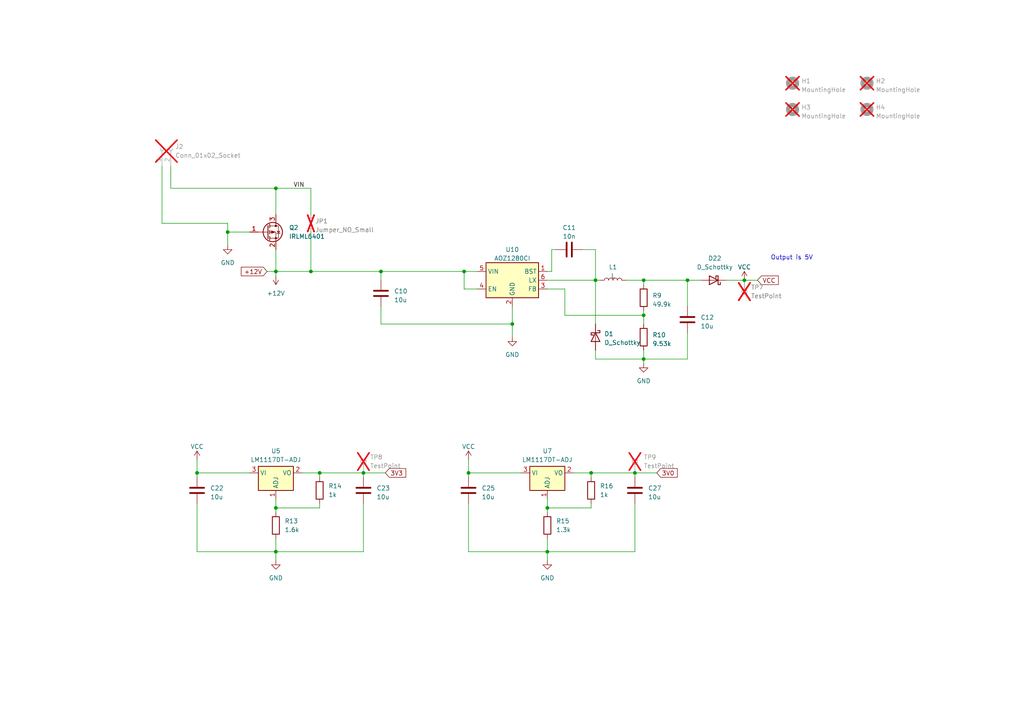
<source format=kicad_sch>
(kicad_sch (version 20231120) (generator "eeschema") (generator_version "8.0")
  (paper "A4")
  (lib_symbols
    (symbol "Connector:Conn_01x02_Socket" (pin_names (offset 1.016) hide)
      (property "Reference" "J" (at 0 2.54 0))
      (property "Value" "Conn_01x02_Socket" (at 0 -5.08 0))
      (symbol "Conn_01x02_Socket_1_1"
        (arc (start 0 -2.032) (mid -0.5058 -2.54) (end 0 -3.048) (stroke (width 0.1524)))
        (polyline (pts (xy -1.27 -2.54) (xy -0.508 -2.54)) (stroke (width 0.1524)))
        (polyline (pts (xy -1.27 0) (xy -0.508 0)) (stroke (width 0.1524)))
        (arc (start 0 0.508) (mid -0.5058 0) (end 0 -0.508) (stroke (width 0.1524)))
        (pin passive line (at -5.08 0 0) (length 3.81) (name "Pin_1") (number "1"))
        (pin passive line (at -5.08 -2.54 0) (length 3.81) (name "Pin_2") (number "2"))
      )
    )
    (symbol "Connector:TestPoint" (pin_numbers hide) (pin_names (offset 0.762) hide)
      (property "Reference" "TP" (at 0 6.858 0))
      (property "Value" "TestPoint" (at 0 5.08 0))
      (symbol "TestPoint_0_1"
        (circle (center 0 3.302) (radius 0.762))
      )
      (symbol "TestPoint_1_1"
        (pin passive line (at 0 0 90) (length 2.54) (name "1") (number "1"))
      )
    )
    (symbol "Device:C" (pin_numbers hide) (pin_names (offset 0.254))
      (property "Reference" "C" (at 0.635 2.54 0))
      (property "Value" "C" (at 0.635 -2.54 0))
      (symbol "C_0_1"
        (polyline (pts (xy -2.032 -0.762) (xy 2.032 -0.762)) (stroke (width 0.508)))
        (polyline (pts (xy -2.032 0.762) (xy 2.032 0.762)) (stroke (width 0.508)))
      )
      (symbol "C_1_1"
        (pin passive line (at 0 3.81 270) (length 2.794) (name "~") (number "1"))
        (pin passive line (at 0 -3.81 90) (length 2.794) (name "~") (number "2"))
      )
    )
    (symbol "Device:D_Schottky" (pin_numbers hide) (pin_names (offset 1.016) hide)
      (property "Reference" "D" (at 0 2.54 0))
      (property "Value" "D_Schottky" (at 0 -2.54 0))
      (symbol "D_Schottky_0_1"
        (polyline (pts (xy 1.27 0) (xy -1.27 0)))
        (polyline (pts (xy 1.27 1.27) (xy 1.27 -1.27) (xy -1.27 0) (xy 1.27 1.27)) (stroke (width 0.254)))
        (polyline (pts (xy -1.905 0.635) (xy -1.905 1.27) (xy -1.27 1.27) (xy -1.27 -1.27) (xy -0.635 -1.27) (xy -0.635 -0.635)) (stroke (width 0.254)))
      )
      (symbol "D_Schottky_1_1"
        (pin passive line (at -3.81 0 0) (length 2.54) (name "K") (number "1"))
        (pin passive line (at 3.81 0 180) (length 2.54) (name "A") (number "2"))
      )
    )
    (symbol "Device:Jumper_NO_Small" (pin_numbers hide) (pin_names (offset 0.762) hide)
      (property "Reference" "JP" (at 0 2.032 0))
      (property "Value" "Jumper_NO_Small" (at 0.254 -1.524 0))
      (symbol "Jumper_NO_Small_0_1"
        (circle (center -1.016 0) (radius 0.508))
        (circle (center 1.016 0) (radius 0.508))
        (pin passive line (at -2.54 0 0) (length 1.016) (name "1") (number "1"))
        (pin passive line (at 2.54 0 180) (length 1.016) (name "2") (number "2"))
      )
    )
    (symbol "Device:L" (pin_numbers hide) (pin_names (offset 1.016) hide)
      (property "Reference" "L" (at -1.27 0 90))
      (property "Value" "L" (at 1.905 0 90))
      (symbol "L_0_1"
        (arc (start 0 -2.54) (mid 0.6323 -1.905) (end 0 -1.27))
        (arc (start 0 -1.27) (mid 0.6323 -0.635) (end 0 0))
        (arc (start 0 0) (mid 0.6323 0.635) (end 0 1.27))
        (arc (start 0 1.27) (mid 0.6323 1.905) (end 0 2.54))
      )
      (symbol "L_1_1"
        (pin passive line (at 0 3.81 270) (length 1.27) (name "1") (number "1"))
        (pin passive line (at 0 -3.81 90) (length 1.27) (name "2") (number "2"))
      )
    )
    (symbol "Device:R" (pin_numbers hide) (pin_names (offset 0))
      (property "Reference" "R" (at 2.032 0 90))
      (property "Value" "R" (at 0 0 90))
      (symbol "R_0_1"
        (rectangle (start -1.016 -2.54) (end 1.016 2.54) (stroke (width 0.254)))
      )
      (symbol "R_1_1"
        (pin passive line (at 0 3.81 270) (length 1.27) (name "~") (number "1"))
        (pin passive line (at 0 -3.81 90) (length 1.27) (name "~") (number "2"))
      )
    )
    (symbol "Mechanical:MountingHole" (pin_names (offset 1.016))
      (property "Reference" "H" (at 0 5.08 0))
      (property "Value" "MountingHole" (at 0 3.175 0))
      (symbol "MountingHole_0_1"
        (circle (center 0 0) (radius 1.27) (stroke (width 1.27)))
      )
    )
    (symbol "Regulator_Linear:LM1117DT-ADJ"
      (property "Reference" "U" (at -3.81 3.175 0))
      (property "Value" "LM1117DT-ADJ" (at 0 3.175 0))
      (symbol "LM1117DT-ADJ_0_1"
        (rectangle (start -5.08 -5.08) (end 5.08 1.905) (stroke (width 0.254)) (fill (type background)))
      )
      (symbol "LM1117DT-ADJ_1_1"
        (pin input line (at 0 -7.62 90) (length 2.54) (name "ADJ") (number "1"))
        (pin power_out line (at 7.62 0 180) (length 2.54) (name "VO") (number "2"))
        (pin power_in line (at -7.62 0 0) (length 2.54) (name "VI") (number "3"))
      )
    )
    (symbol "Regulator_Switching:AOZ1280CI"
      (property "Reference" "U" (at -6.35 -6.35 0))
      (property "Value" "AOZ1280CI" (at -2.54 6.35 0))
      (symbol "AOZ1280CI_0_1"
        (rectangle (start -7.62 5.08) (end 7.62 -5.08) (stroke (width 0.254)) (fill (type background)))
      )
      (symbol "AOZ1280CI_1_1"
        (pin input line (at 10.16 2.54 180) (length 2.54) (name "BST") (number "1"))
        (pin power_in line (at 0 -7.62 90) (length 2.54) (name "GND") (number "2"))
        (pin input line (at 10.16 -2.54 180) (length 2.54) (name "FB") (number "3"))
        (pin input line (at -10.16 -2.54 0) (length 2.54) (name "EN") (number "4"))
        (pin power_in line (at -10.16 2.54 0) (length 2.54) (name "VIN") (number "5"))
        (pin power_out line (at 10.16 0 180) (length 2.54) (name "LX") (number "6"))
      )
    )
    (symbol "Transistor_FET:IRLML6401" (pin_names hide)
      (property "Reference" "Q" (at 5.08 1.905 0))
      (property "Value" "IRLML6401" (at 5.08 0 0))
      (symbol "IRLML6401_0_1"
        (polyline (pts (xy 0.254 0) (xy -2.54 0)))
        (polyline (pts (xy 0.254 1.905) (xy 0.254 -1.905)) (stroke (width 0.254)))
        (polyline (pts (xy 0.762 -1.27) (xy 0.762 -2.286)) (stroke (width 0.254)))
        (polyline (pts (xy 0.762 0.508) (xy 0.762 -0.508)) (stroke (width 0.254)))
        (polyline (pts (xy 0.762 2.286) (xy 0.762 1.27)) (stroke (width 0.254)))
        (polyline (pts (xy 2.54 2.54) (xy 2.54 1.778)))
        (polyline (pts (xy 2.54 -2.54) (xy 2.54 0) (xy 0.762 0)))
        (polyline (pts (xy 0.762 1.778) (xy 3.302 1.778) (xy 3.302 -1.778) (xy 0.762 -1.778)))
        (polyline (pts (xy 2.286 0) (xy 1.27 0.381) (xy 1.27 -0.381) (xy 2.286 0)) (fill (type outline)))
        (polyline (pts (xy 2.794 -0.508) (xy 2.921 -0.381) (xy 3.683 -0.381) (xy 3.81 -0.254)))
        (polyline (pts (xy 3.302 -0.381) (xy 2.921 0.254) (xy 3.683 0.254) (xy 3.302 -0.381)))
        (circle (center 1.651 0) (radius 2.794) (stroke (width 0.254)))
        (circle (center 2.54 -1.778) (radius 0.254) (fill (type outline)))
        (circle (center 2.54 1.778) (radius 0.254) (fill (type outline)))
      )
      (symbol "IRLML6401_1_1"
        (pin input line (at -5.08 0 0) (length 2.54) (name "G") (number "1"))
        (pin passive line (at 2.54 -5.08 90) (length 2.54) (name "S") (number "2"))
        (pin passive line (at 2.54 5.08 270) (length 2.54) (name "D") (number "3"))
      )
    )
    (symbol "power:+12V" (power) (pin_names (offset 0))
      (property "Value" "+12V" (at 0 3.556 0))
      (symbol "+12V_0_1"
        (polyline (pts (xy -0.762 1.27) (xy 0 2.54)))
        (polyline (pts (xy 0 0) (xy 0 2.54)))
        (polyline (pts (xy 0 2.54) (xy 0.762 1.27)))
      )
      (symbol "+12V_1_1"
        (pin power_in line (at 0 0 90) (length 0) hide (name "+12V") (number "1"))
      )
    )
    (symbol "power:GND" (power) (pin_names (offset 0))
      (property "Value" "GND" (at 0 -3.81 0))
      (symbol "GND_0_1"
        (polyline (pts (xy 0 0) (xy 0 -1.27) (xy 1.27 -1.27) (xy 0 -2.54) (xy -1.27 -1.27) (xy 0 -1.27)))
      )
      (symbol "GND_1_1"
        (pin power_in line (at 0 0 270) (length 0) hide (name "GND") (number "1"))
      )
    )
    (symbol "power:VCC" (power) (pin_names (offset 0))
      (property "Value" "VCC" (at 0 3.81 0))
      (symbol "VCC_0_1"
        (polyline (pts (xy -0.762 1.27) (xy 0 2.54)))
        (polyline (pts (xy 0 0) (xy 0 2.54)))
        (polyline (pts (xy 0 2.54) (xy 0.762 1.27)))
      )
      (symbol "VCC_1_1"
        (pin power_in line (at 0 0 90) (length 0) hide (name "VCC") (number "1"))
      )
    )
  )
  (junction (at 80.01 147.32))
  (junction (at 110.49 78.74))
  (junction (at 186.69 91.44))
  (junction (at 90.17 78.74))
  (junction (at 184.15 137.16))
  (junction (at 186.69 104.14))
  (junction (at 66.04 67.31))
  (junction (at 215.9 81.28))
  (junction (at 148.59 93.98))
  (junction (at 186.69 81.28))
  (junction (at 158.75 160.02))
  (junction (at 134.62 78.74))
  (junction (at 57.15 137.16))
  (junction (at 80.01 160.02))
  (junction (at 199.39 81.28))
  (junction (at 171.45 137.16))
  (junction (at 80.01 54.61))
  (junction (at 158.75 147.32))
  (junction (at 92.71 137.16))
  (junction (at 135.89 137.16))
  (junction (at 105.41 137.16))
  (junction (at 80.01 78.74))
  (junction (at 172.72 81.28))
  (wire (pts (xy 199.39 96.52) (xy 199.39 104.14)))
  (wire (pts (xy 135.89 160.02) (xy 158.75 160.02)))
  (wire (pts (xy 57.15 137.16) (xy 72.39 137.16)))
  (wire (pts (xy 135.89 137.16) (xy 151.13 137.16)))
  (wire (pts (xy 186.69 81.28) (xy 186.69 82.55)))
  (wire (pts (xy 171.45 137.16) (xy 184.15 137.16)))
  (wire (pts (xy 66.04 67.31) (xy 72.39 67.31)))
  (wire (pts (xy 134.62 78.74) (xy 110.49 78.74)))
  (wire (pts (xy 110.49 93.98) (xy 148.59 93.98)))
  (wire (pts (xy 215.9 81.28) (xy 219.71 81.28)))
  (wire (pts (xy 148.59 93.98) (xy 148.59 88.9)))
  (wire (pts (xy 90.17 54.61) (xy 80.01 54.61)))
  (wire (pts (xy 46.99 64.77) (xy 66.04 64.77)))
  (wire (pts (xy 199.39 104.14) (xy 186.69 104.14)))
  (wire (pts (xy 80.01 78.74) (xy 90.17 78.74)))
  (wire (pts (xy 158.75 160.02) (xy 184.15 160.02)))
  (wire (pts (xy 172.72 101.6) (xy 172.72 104.14)))
  (wire (pts (xy 184.15 137.16) (xy 184.15 138.43)))
  (wire (pts (xy 172.72 72.39) (xy 172.72 81.28)))
  (wire (pts (xy 138.43 83.82) (xy 134.62 83.82)))
  (wire (pts (xy 90.17 78.74) (xy 110.49 78.74)))
  (wire (pts (xy 184.15 146.05) (xy 184.15 160.02)))
  (wire (pts (xy 210.82 81.28) (xy 215.9 81.28)))
  (wire (pts (xy 57.15 146.05) (xy 57.15 160.02)))
  (wire (pts (xy 135.89 146.05) (xy 135.89 160.02)))
  (wire (pts (xy 171.45 137.16) (xy 171.45 138.43)))
  (wire (pts (xy 92.71 146.05) (xy 92.71 147.32)))
  (wire (pts (xy 172.72 81.28) (xy 172.72 93.98)))
  (wire (pts (xy 92.71 147.32) (xy 80.01 147.32)))
  (wire (pts (xy 80.01 78.74) (xy 77.47 78.74)))
  (wire (pts (xy 135.89 137.16) (xy 135.89 138.43)))
  (wire (pts (xy 80.01 160.02) (xy 105.41 160.02)))
  (wire (pts (xy 80.01 54.61) (xy 80.01 62.23)))
  (wire (pts (xy 134.62 83.82) (xy 134.62 78.74)))
  (wire (pts (xy 110.49 78.74) (xy 110.49 81.28)))
  (wire (pts (xy 66.04 64.77) (xy 66.04 67.31)))
  (wire (pts (xy 158.75 144.78) (xy 158.75 147.32)))
  (wire (pts (xy 49.53 54.61) (xy 49.53 48.26)))
  (wire (pts (xy 158.75 83.82) (xy 163.83 83.82)))
  (wire (pts (xy 184.15 137.16) (xy 190.5 137.16)))
  (wire (pts (xy 87.63 137.16) (xy 92.71 137.16)))
  (wire (pts (xy 138.43 78.74) (xy 134.62 78.74)))
  (wire (pts (xy 110.49 88.9) (xy 110.49 93.98)))
  (wire (pts (xy 105.41 137.16) (xy 105.41 138.43)))
  (wire (pts (xy 46.99 48.26) (xy 46.99 64.77)))
  (wire (pts (xy 92.71 137.16) (xy 92.71 138.43)))
  (wire (pts (xy 181.61 81.28) (xy 186.69 81.28)))
  (wire (pts (xy 168.91 72.39) (xy 172.72 72.39)))
  (wire (pts (xy 80.01 144.78) (xy 80.01 147.32)))
  (wire (pts (xy 171.45 147.32) (xy 158.75 147.32)))
  (wire (pts (xy 158.75 147.32) (xy 158.75 148.59)))
  (wire (pts (xy 158.75 81.28) (xy 172.72 81.28)))
  (wire (pts (xy 80.01 147.32) (xy 80.01 148.59)))
  (wire (pts (xy 80.01 156.21) (xy 80.01 160.02)))
  (wire (pts (xy 135.89 133.35) (xy 135.89 137.16)))
  (wire (pts (xy 80.01 78.74) (xy 80.01 80.01)))
  (wire (pts (xy 90.17 67.31) (xy 90.17 78.74)))
  (wire (pts (xy 158.75 78.74) (xy 160.02 78.74)))
  (wire (pts (xy 80.01 160.02) (xy 80.01 162.56)))
  (wire (pts (xy 160.02 72.39) (xy 161.29 72.39)))
  (wire (pts (xy 172.72 104.14) (xy 186.69 104.14)))
  (wire (pts (xy 172.72 81.28) (xy 173.99 81.28)))
  (wire (pts (xy 105.41 137.16) (xy 111.76 137.16)))
  (wire (pts (xy 160.02 78.74) (xy 160.02 72.39)))
  (wire (pts (xy 158.75 156.21) (xy 158.75 160.02)))
  (wire (pts (xy 148.59 93.98) (xy 148.59 97.79)))
  (wire (pts (xy 57.15 160.02) (xy 80.01 160.02)))
  (wire (pts (xy 171.45 146.05) (xy 171.45 147.32)))
  (wire (pts (xy 186.69 91.44) (xy 186.69 90.17)))
  (wire (pts (xy 199.39 81.28) (xy 203.2 81.28)))
  (wire (pts (xy 105.41 146.05) (xy 105.41 160.02)))
  (wire (pts (xy 186.69 104.14) (xy 186.69 105.41)))
  (wire (pts (xy 186.69 101.6) (xy 186.69 104.14)))
  (wire (pts (xy 49.53 54.61) (xy 80.01 54.61)))
  (wire (pts (xy 186.69 91.44) (xy 186.69 93.98)))
  (wire (pts (xy 80.01 72.39) (xy 80.01 78.74)))
  (wire (pts (xy 158.75 160.02) (xy 158.75 162.56)))
  (wire (pts (xy 66.04 67.31) (xy 66.04 71.12)))
  (wire (pts (xy 163.83 83.82) (xy 163.83 91.44)))
  (wire (pts (xy 199.39 88.9) (xy 199.39 81.28)))
  (wire (pts (xy 92.71 137.16) (xy 105.41 137.16)))
  (wire (pts (xy 186.69 81.28) (xy 199.39 81.28)))
  (wire (pts (xy 166.37 137.16) (xy 171.45 137.16)))
  (wire (pts (xy 57.15 137.16) (xy 57.15 138.43)))
  (wire (pts (xy 90.17 62.23) (xy 90.17 54.61)))
  (wire (pts (xy 163.83 91.44) (xy 186.69 91.44)))
  (wire (pts (xy 57.15 133.35) (xy 57.15 137.16)))
  (text "Output is 5V" (at 223.52 75.565 0) (effects (font (size 1.27 1.27)) (justify left bottom)))
  (label "VIN" (at 85.09 54.61 0))
  (global_label "3V0" (shape input) (at 190.5 137.16 0) (property "Intersheetrefs" "${INTERSHEET_REFS}" (effects (hide yes))))
  (global_label "VCC" (shape input) (at 219.71 81.28 0) (property "Intersheetrefs" "${INTERSHEET_REFS}" (effects (hide yes))))
  (global_label "+12V" (shape input) (at 77.47 78.74 180) (property "Intersheetrefs" "${INTERSHEET_REFS}" (effects (hide yes))))
  (global_label "3V3" (shape input) (at 111.76 137.16 0) (property "Intersheetrefs" "${INTERSHEET_REFS}" (effects (hide yes))))
  (symbol (lib_id "Device:C") (at 105.41 142.24 0) (unit 1)
    (property "Reference" "C23" (at 109.22 141.605 0) (effects (justify left)))
    (property "Value" "10u" (at 109.22 144.145 0) (effects (justify left)))
    (property "Footprint" "Capacitor_SMD:C_0805_2012Metric" (effects (hide yes)))
    (property "Digikey" "490-5523-1-ND" (effects (hide yes)))
    (property "JLCPCB" "C96446" (effects (hide yes)))
  )
  (symbol (lib_id "power:VCC") (at 135.89 133.35 0) (unit 1)
    (property "Reference" "#PWR034" (effects (hide yes)))
    (property "Value" "VCC" (at 135.89 129.54 0))
  )
  (symbol (lib_id "Device:C") (at 57.15 142.24 0) (unit 1)
    (property "Reference" "C22" (at 60.96 141.605 0) (effects (justify left)))
    (property "Value" "10u" (at 60.96 144.145 0) (effects (justify left)))
    (property "Footprint" "Capacitor_SMD:C_0805_2012Metric" (effects (hide yes)))
    (property "Digikey" "490-5523-1-ND" (effects (hide yes)))
    (property "JLCPCB" "C96446" (effects (hide yes)))
  )
  (symbol (lib_id "power:GND") (at 148.59 97.79 0) (unit 1)
    (property "Reference" "#PWR047" (effects (hide yes)))
    (property "Value" "GND" (at 148.59 102.87 0))
    (instances (project "mini_swerve" (path "" (reference "#PWR047") (unit 1))) (project "FRCMotorTester" (path "" (reference "#PWR035") (unit 1))))
  )
  (symbol (lib_id "Mechanical:MountingHole") (at 229.87 31.75 0) (unit 1) (dnp yes)
    (property "Reference" "H3" (at 232.41 31.115 0) (effects (justify left)))
    (property "Value" "MountingHole" (at 232.41 33.655 0) (effects (justify left)))
    (property "Footprint" "MountingHole:MountingHole_4.3mm_M4" (effects (hide yes)))
    (instances (project "mini_swerve" (path "" (reference "H3") (unit 1))) (project "FRCMotorTester" (path "" (reference "H2") (unit 1))))
  )
  (symbol (lib_id "Device:Jumper_NO_Small") (at 90.17 64.77 90) (unit 1) (dnp yes)
    (property "Reference" "JP1" (at 91.44 64.135 90) (effects (justify right)))
    (property "Value" "Jumper_NO_Small" (at 91.44 66.675 90) (effects (justify right)))
    (property "Footprint" "Jumper:SolderJumper-2_P1.3mm_Open_TrianglePad1.0x1.5mm" (effects (hide yes)))
  )
  (symbol (lib_id "Device:R") (at 186.69 86.36 0) (unit 1)
    (property "Reference" "R9" (at 189.23 85.725 0) (effects (justify left)))
    (property "Value" "49.9k" (at 189.23 88.265 0) (effects (justify left)))
    (property "Footprint" "Resistor_SMD:R_0603_1608Metric" (effects (hide yes)))
    (property "Digikey" "541-4141-1-ND" (effects (hide yes)))
    (instances (project "mini_swerve" (path "" (reference "R9") (unit 1))) (project "FRCMotorTester" (path "" (reference "R17") (unit 1))))
  )
  (symbol (lib_id "Device:R") (at 158.75 152.4 0) (unit 1)
    (property "Reference" "R15" (at 161.29 151.13 0) (effects (justify left)))
    (property "Value" "1.3k" (at 161.29 153.67 0) (effects (justify left)))
    (property "Footprint" "Resistor_SMD:R_0603_1608Metric" (effects (hide yes)))
  )
  (symbol (lib_id "power:GND") (at 80.01 162.56 0) (unit 1)
    (property "Reference" "#PWR033" (effects (hide yes)))
    (property "Value" "GND" (at 80.01 167.64 0))
  )
  (symbol (lib_id "Connector:TestPoint") (at 184.15 137.16 0) (unit 1) (dnp yes)
    (property "Reference" "TP9" (at 186.69 132.588 0) (effects (justify left)))
    (property "Value" "TestPoint" (at 186.69 135.128 0) (effects (justify left)))
    (property "Footprint" "TestPoint:TestPoint_Pad_D1.0mm" (effects (hide yes)))
  )
  (symbol (lib_id "Device:C") (at 110.49 85.09 0) (unit 1)
    (property "Reference" "C10" (at 114.3 84.455 0) (effects (justify left)))
    (property "Value" "10u" (at 114.3 86.995 0) (effects (justify left)))
    (property "Footprint" "Capacitor_SMD:C_0805_2012Metric" (effects (hide yes)))
    (property "Digikey" "490-5523-1-ND" (effects (hide yes)))
    (property "JLCPCB" "C96446" (effects (hide yes)))
    (instances (project "mini_swerve" (path "" (reference "C10") (unit 1))) (project "FRCMotorTester" (path "" (reference "C24") (unit 1))))
  )
  (symbol (lib_id "Mechanical:MountingHole") (at 251.46 31.75 0) (unit 1) (dnp yes)
    (property "Reference" "H4" (at 254 31.115 0) (effects (justify left)))
    (property "Value" "MountingHole" (at 254 33.655 0) (effects (justify left)))
    (property "Footprint" "MountingHole:MountingHole_4.3mm_M4" (effects (hide yes)))
  )
  (symbol (lib_id "Regulator_Linear:LM1117DT-ADJ") (at 158.75 137.16 0) (unit 1)
    (property "Reference" "U7" (at 158.75 130.81 0))
    (property "Value" "LM1117DT-ADJ" (at 158.75 133.35 0))
    (property "Footprint" "Package_TO_SOT_SMD:SOT-223-3_TabPin2" (effects (hide yes)))
    (property "Datasheet" "http://www.ti.com/lit/ds/symlink/lm1117.pdf" (effects (hide yes)))
    (property "JLCPCB" "C2902259" (effects (hide yes)))
  )
  (symbol (lib_id "Connector:TestPoint") (at 215.9 81.28 180) (unit 1) (dnp yes)
    (property "Reference" "TP7" (at 217.805 83.312 0) (effects (justify right)))
    (property "Value" "TestPoint" (at 217.805 85.852 0) (effects (justify right)))
    (property "Footprint" "TestPoint:TestPoint_Pad_D1.0mm" (effects (hide yes)))
  )
  (symbol (lib_id "Device:D_Schottky") (at 207.01 81.28 180) (unit 1)
    (property "Reference" "D22" (at 207.3275 74.93 0))
    (property "Value" "D_Schottky" (at 207.3275 77.47 0))
    (property "Footprint" "Diode_SMD:D_SOD-123" (effects (hide yes)))
    (property "Digikey" "B0540W-FDICT-ND" (effects (hide yes)))
    (property "JLCPCB" "C8598" (effects (hide yes)))
    (instances (project "mini_swerve" (path "" (reference "D22") (unit 1))) (project "FRCMotorTester" (path "" (reference "D3") (unit 1))))
  )
  (symbol (lib_id "power:VCC") (at 215.9 81.28 0) (unit 1)
    (property "Reference" "#PWR049" (effects (hide yes)))
    (property "Value" "VCC" (at 215.9 77.47 0))
    (instances (project "mini_swerve" (path "" (reference "#PWR049") (unit 1))) (project "FRCMotorTester" (path "" (reference "#PWR038") (unit 1))))
  )
  (symbol (lib_id "power:GND") (at 186.69 105.41 0) (unit 1)
    (property "Reference" "#PWR048" (effects (hide yes)))
    (property "Value" "GND" (at 186.69 110.49 0))
    (instances (project "mini_swerve" (path "" (reference "#PWR048") (unit 1))) (project "FRCMotorTester" (path "" (reference "#PWR037") (unit 1))))
  )
  (symbol (lib_id "Device:C") (at 199.39 92.71 0) (unit 1)
    (property "Reference" "C12" (at 203.2 92.075 0) (effects (justify left)))
    (property "Value" "10u" (at 203.2 94.615 0) (effects (justify left)))
    (property "Footprint" "Capacitor_SMD:C_0805_2012Metric" (effects (hide yes)))
    (property "Digikey" "490-5523-1-ND" (effects (hide yes)))
    (property "JLCPCB" "C96446" (effects (hide yes)))
    (instances (project "mini_swerve" (path "" (reference "C12") (unit 1))) (project "FRCMotorTester" (path "" (reference "C28") (unit 1))))
  )
  (symbol (lib_id "Connector:TestPoint") (at 105.41 137.16 0) (unit 1) (dnp yes)
    (property "Reference" "TP8" (at 107.315 132.588 0) (effects (justify left)))
    (property "Value" "TestPoint" (at 107.315 135.128 0) (effects (justify left)))
    (property "Footprint" "TestPoint:TestPoint_Pad_D1.0mm" (effects (hide yes)))
    (property "Description" "3V3" (effects (hide yes)))
  )
  (symbol (lib_id "Device:C") (at 165.1 72.39 90) (unit 1)
    (property "Reference" "C11" (at 165.1 66.04 90))
    (property "Value" "10n" (at 165.1 68.58 90))
    (property "Footprint" "Capacitor_SMD:C_0603_1608Metric" (effects (hide yes)))
    (property "Digikey" "399-1092-1-ND" (effects (hide yes)))
    (instances (project "mini_swerve" (path "" (reference "C11") (unit 1))) (project "FRCMotorTester" (path "" (reference "C26") (unit 1))))
  )
  (symbol (lib_id "Device:R") (at 171.45 142.24 0) (unit 1)
    (property "Reference" "R16" (at 173.99 140.97 0) (effects (justify left)))
    (property "Value" "1k" (at 173.99 143.51 0) (effects (justify left)))
    (property "Footprint" "Resistor_SMD:R_0402_1005Metric" (effects (hide yes)))
  )
  (symbol (lib_id "Regulator_Linear:LM1117DT-ADJ") (at 80.01 137.16 0) (unit 1)
    (property "Reference" "U5" (at 80.01 130.81 0))
    (property "Value" "LM1117DT-ADJ" (at 80.01 133.35 0))
    (property "Footprint" "Package_TO_SOT_SMD:SOT-223-3_TabPin2" (effects (hide yes)))
    (property "Datasheet" "http://www.ti.com/lit/ds/symlink/lm1117.pdf" (effects (hide yes)))
    (property "JLCPCB" "C2902259" (effects (hide yes)))
  )
  (symbol (lib_id "Device:D_Schottky") (at 172.72 97.79 270) (unit 1)
    (property "Reference" "D1" (at 175.26 96.8375 90) (effects (justify left)))
    (property "Value" "D_Schottky" (at 175.26 99.3775 90) (effects (justify left)))
    (property "Footprint" "Diode_SMD:D_SOD-123" (effects (hide yes)))
    (property "Digikey" "B0540W-FDICT-ND" (effects (hide yes)))
    (property "JLCPCB" "C8598" (effects (hide yes)))
    (instances (project "mini_swerve" (path "" (reference "D1") (unit 1))) (project "FRCMotorTester" (path "" (reference "D2") (unit 1))))
  )
  (symbol (lib_id "Device:R") (at 80.01 152.4 0) (unit 1)
    (property "Reference" "R13" (at 82.55 151.13 0) (effects (justify left)))
    (property "Value" "1.6k" (at 82.55 153.67 0) (effects (justify left)))
    (property "Footprint" "Resistor_SMD:R_0603_1608Metric" (effects (hide yes)))
    (property "JLCPCB" "C102825" (effects (hide yes)))
  )
  (symbol (lib_id "Device:C") (at 184.15 142.24 0) (unit 1)
    (property "Reference" "C27" (at 187.96 141.605 0) (effects (justify left)))
    (property "Value" "10u" (at 187.96 144.145 0) (effects (justify left)))
    (property "Footprint" "Capacitor_SMD:C_0805_2012Metric" (effects (hide yes)))
    (property "Digikey" "490-5523-1-ND" (effects (hide yes)))
    (property "JLCPCB" "C96446" (effects (hide yes)))
  )
  (symbol (lib_id "power:GND") (at 158.75 162.56 0) (unit 1)
    (property "Reference" "#PWR036" (effects (hide yes)))
    (property "Value" "GND" (at 158.75 167.64 0))
  )
  (symbol (lib_id "power:+12V") (at 80.01 80.01 180) (unit 1)
    (property "Reference" "#PWR046" (effects (hide yes)))
    (property "Value" "+12V" (at 80.01 85.09 0))
    (instances (project "mini_swerve" (path "" (reference "#PWR046") (unit 1)) (path "" (reference "#PWR05") (unit 1))) (project "FRCMotorTester" (path "" (reference "#PWR032") (unit 1))))
  )
  (symbol (lib_id "Mechanical:MountingHole") (at 251.46 24.13 0) (unit 1) (dnp yes)
    (property "Reference" "H2" (at 254 23.495 0) (effects (justify left)))
    (property "Value" "MountingHole" (at 254 26.035 0) (effects (justify left)))
    (property "Footprint" "MountingHole:MountingHole_4.3mm_M4" (effects (hide yes)))
    (instances (project "mini_swerve" (path "" (reference "H2") (unit 1))) (project "FRCMotorTester" (path "" (reference "H3") (unit 1))))
  )
  (symbol (lib_id "Connector:Conn_01x02_Socket") (at 46.99 43.18 90) (unit 1) (dnp yes)
    (property "Reference" "J2" (at 50.8 42.545 90) (effects (justify right)))
    (property "Value" "Conn_01x02_Socket" (at 50.8 45.085 90) (effects (justify right)))
    (property "Footprint" "Connector_Phoenix_MSTB:PhoenixContact_MSTBVA_2,5_2-G_1x02_P5.00mm_Vertical" (effects (hide yes)))
  )
  (symbol (lib_id "power:VCC") (at 57.15 133.35 0) (unit 1)
    (property "Reference" "#PWR030" (effects (hide yes)))
    (property "Value" "VCC" (at 57.15 129.54 0))
  )
  (symbol (lib_id "Transistor_FET:IRLML6401") (at 77.47 67.31 0) (unit 1)
    (property "Reference" "Q2" (at 83.82 66.04 0) (effects (justify left)))
    (property "Value" "IRLML6401" (at 83.82 68.58 0) (effects (justify left)))
    (property "Footprint" "Package_TO_SOT_SMD:SOT-23" (effects (hide yes)))
    (property "Datasheet" "https://www.infineon.com/dgdl/irlml6401pbf.pdf?fileId=5546d462533600a401535668b96d2634" (effects (hide yes)))
    (property "JLCPCB" "C2593" (effects (hide yes)))
  )
  (symbol (lib_id "power:GND") (at 66.04 71.12 0) (unit 1)
    (property "Reference" "#PWR045" (effects (hide yes)))
    (property "Value" "GND" (at 66.04 76.2 0))
    (instances (project "mini_swerve" (path "" (reference "#PWR045") (unit 1)) (path "" (reference "#PWR06") (unit 1))) (project "FRCMotorTester" (path "" (reference "#PWR031") (unit 1))))
  )
  (symbol (lib_id "Device:R") (at 92.71 142.24 0) (unit 1)
    (property "Reference" "R14" (at 95.25 140.97 0) (effects (justify left)))
    (property "Value" "1k" (at 95.25 143.51 0) (effects (justify left)))
    (property "Footprint" "Resistor_SMD:R_0402_1005Metric" (effects (hide yes)))
  )
  (symbol (lib_id "Regulator_Switching:AOZ1280CI") (at 148.59 81.28 0) (unit 1)
    (property "Reference" "U10" (at 148.59 72.39 0))
    (property "Value" "AOZ1280CI" (at 148.59 74.93 0))
    (property "Footprint" "Package_TO_SOT_SMD:SOT-23-6" (effects (hide yes)))
    (property "Datasheet" "http://aosmd.com/res/data_sheets/AOZ1280CI.pdf" (effects (hide yes)))
    (property "Digikey" "785-1277-1-ND" (effects (hide yes)))
    (property "JLCPCB" "C41240" (effects (hide yes)))
    (instances (project "mini_swerve" (path "" (reference "U10") (unit 1))) (project "FRCMotorTester" (path "" (reference "U6") (unit 1))))
  )
  (symbol (lib_id "Mechanical:MountingHole") (at 229.87 24.13 0) (unit 1) (dnp yes)
    (property "Reference" "H1" (at 232.41 23.495 0) (effects (justify left)))
    (property "Value" "MountingHole" (at 232.41 26.035 0) (effects (justify left)))
    (property "Footprint" "MountingHole:MountingHole_4.3mm_M4" (effects (hide yes)))
  )
  (symbol (lib_id "Device:L") (at 177.8 81.28 90) (unit 1)
    (property "Reference" "L1" (at 177.8 77.47 90))
    (property "Value" "L" (at 177.8 80.01 90))
    (property "Footprint" "Inductor_SMD:L_Taiyo-Yuden_MD-3030" (effects (hide yes)))
    (property "Digikey" "490-15954-1-ND" (effects (hide yes)))
    (property "JLCPCB" "C1330201" (effects (hide yes)))
  )
  (symbol (lib_id "Device:R") (at 186.69 97.79 0) (unit 1)
    (property "Reference" "R10" (at 189.23 97.155 0) (effects (justify left)))
    (property "Value" "9.53k" (at 189.23 99.695 0) (effects (justify left)))
    (property "Footprint" "Resistor_SMD:R_0603_1608Metric" (effects (hide yes)))
    (property "Digikey" "P20706CT-ND" (effects (hide yes)))
    (instances (project "mini_swerve" (path "" (reference "R10") (unit 1))) (project "FRCMotorTester" (path "" (reference "R18") (unit 1))))
  )
  (symbol (lib_id "Device:C") (at 135.89 142.24 0) (unit 1)
    (property "Reference" "C25" (at 139.7 141.605 0) (effects (justify left)))
    (property "Value" "10u" (at 139.7 144.145 0) (effects (justify left)))
    (property "Footprint" "Capacitor_SMD:C_0805_2012Metric" (effects (hide yes)))
    (property "Digikey" "490-5523-1-ND" (effects (hide yes)))
    (property "JLCPCB" "C96446" (effects (hide yes)))
  )
)
</source>
